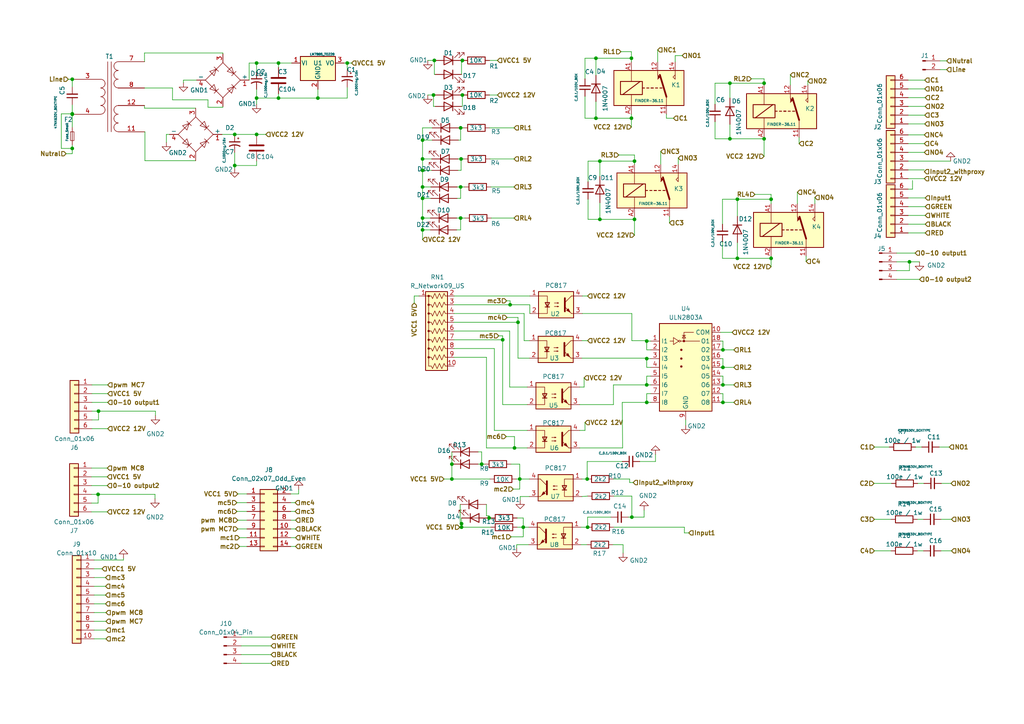
<source format=kicad_sch>
(kicad_sch (version 20230121) (generator eeschema)
  (paper "A4")
  (title_block (title "Helix-2402") (date "2024-02-10") (rev "V-01.1") (company "Helix Instruments"))
  (junction (at 183.134 34.29))
  (junction (at 74.422 38.989))
  (junction (at 223.647 74.93))
  (junction (at 20.955 33.02))
  (junction (at 131.064 138.938))
  (junction (at 133.604 63.246))
  (junction (at 147.955 88.392))
  (junction (at 187.579 116.713))
  (junction (at 173.99 63.627))
  (junction (at 141.859 150.241))
  (junction (at 209.677 101.473))
  (junction (at 122.555 66.675))
  (junction (at 80.772 18.288))
  (junction (at 122.555 40.64))
  (junction (at 221.615 24.13))
  (junction (at 170.434 152.908))
  (junction (at 133.731 46.101))
  (junction (at 122.555 63.246))
  (junction (at 150.241 93.472))
  (junction (at 172.847 34.29))
  (junction (at 145.796 98.552))
  (junction (at 28.575 119.253))
  (junction (at 92.202 28.448))
  (junction (at 150.749 138.938))
  (junction (at 211.709 24.13))
  (junction (at 263.779 75.946))
  (junction (at 187.579 111.633))
  (junction (at 133.604 54.229))
  (junction (at 131.064 134.62))
  (junction (at 187.579 98.933))
  (junction (at 133.858 152.908))
  (junction (at 213.868 57.785))
  (junction (at 100.711 18.288))
  (junction (at 187.579 104.013))
  (junction (at 74.422 28.448))
  (junction (at 20.955 33.147))
  (junction (at 80.772 28.448))
  (junction (at 213.868 74.93))
  (junction (at 149.225 129.921))
  (junction (at 28.448 143.383))
  (junction (at 223.647 57.785))
  (junction (at 173.99 46.736))
  (junction (at 209.677 111.633))
  (junction (at 20.955 43.053))
  (junction (at 209.677 106.553))
  (junction (at 183.261 149.987))
  (junction (at 133.858 151.892))
  (junction (at 133.604 37.084))
  (junction (at 172.847 16.891))
  (junction (at 74.422 18.288))
  (junction (at 125.73 27.559))
  (junction (at 221.615 40.259))
  (junction (at 139.7 134.62))
  (junction (at 68.072 48.006))
  (junction (at 183.134 16.891))
  (junction (at 134.112 17.526))
  (junction (at 125.984 17.526))
  (junction (at 122.555 54.229))
  (junction (at 68.072 38.989))
  (junction (at 134.112 27.559))
  (junction (at 122.555 57.531))
  (junction (at 20.955 22.987))
  (junction (at 170.307 138.938))
  (junction (at 209.677 116.713))
  (junction (at 184.023 63.627))
  (junction (at 122.555 49.403))
  (junction (at 184.023 46.736))
  (junction (at 211.709 40.259))
  (junction (at 151.765 152.908))
  (junction (at 122.555 46.101))
  (wire (pts (xy 27.305 172.593) (xy 30.607 172.593)))
  (wire (pts (xy 20.955 22.987) (xy 19.812 22.987)))
  (wire (pts (xy 191.643 43.942) (xy 191.643 47.625)))
  (wire (pts (xy 133.858 151.892) (xy 133.858 152.908)))
  (wire (pts (xy 170.561 46.736) (xy 173.99 46.736)))
  (wire (pts (xy 131.699 85.852) (xy 153.67 85.852)))
  (wire (pts (xy 28.448 143.383) (xy 26.543 143.383)))
  (wire (pts (xy 223.647 74.93) (xy 223.647 77.343)))
  (wire (pts (xy 132.842 46.101) (xy 133.731 46.101)))
  (wire (pts (xy 122.555 66.675) (xy 122.555 69.469)))
  (wire (pts (xy 150.241 92.075) (xy 150.241 93.472)))
  (wire (pts (xy 134.112 27.559) (xy 133.858 27.559)))
  (wire (pts (xy 41.91 25.527) (xy 50.038 25.527)))
  (wire (pts (xy 134.112 18.034) (xy 134.112 17.526)))
  (wire (pts (xy 209.042 104.013) (xy 209.677 104.013)))
  (wire (pts (xy 263.398 49.276) (xy 268.097 49.276)))
  (wire (pts (xy 170.561 63.627) (xy 173.99 63.627)))
  (wire (pts (xy 209.55 65.024) (xy 209.55 57.785)))
  (wire (pts (xy 211.709 24.13) (xy 221.615 24.13)))
  (wire (pts (xy 168.783 98.806) (xy 170.434 98.806)))
  (wire (pts (xy 133.731 46.101) (xy 134.493 46.101)))
  (wire (pts (xy 101.981 18.288) (xy 100.711 18.288)))
  (wire (pts (xy 153.543 98.806) (xy 152.019 98.806)))
  (wire (pts (xy 26.543 135.763) (xy 31.115 135.763)))
  (wire (pts (xy 60.325 28.956) (xy 60.325 31.115)))
  (wire (pts (xy 147.828 112.268) (xy 147.828 96.012)))
  (wire (pts (xy 263.398 67.564) (xy 268.351 67.564)))
  (wire (pts (xy 68.072 38.989) (xy 74.422 38.989)))
  (wire (pts (xy 92.202 28.448) (xy 80.772 28.448)))
  (wire (pts (xy 187.579 104.013) (xy 187.579 106.553)))
  (wire (pts (xy 69.977 189.865) (xy 78.613 189.865)))
  (wire (pts (xy 132.461 63.246) (xy 133.604 63.246)))
  (wire (pts (xy 187.579 104.013) (xy 188.722 104.013)))
  (wire (pts (xy 131.699 93.472) (xy 150.241 93.472)))
  (wire (pts (xy 149.987 152.908) (xy 151.765 152.908)))
  (wire (pts (xy 69.977 187.325) (xy 78.613 187.325)))
  (wire (pts (xy 187.579 114.173) (xy 187.579 116.713)))
  (wire (pts (xy 131.699 101.092) (xy 143.383 101.092)))
  (wire (pts (xy 122.555 63.246) (xy 122.555 66.675)))
  (wire (pts (xy 221.615 24.13) (xy 221.615 24.638)))
  (wire (pts (xy 133.858 17.526) (xy 134.112 17.526)))
  (wire (pts (xy 126.238 21.59) (xy 125.984 21.59)))
  (wire (pts (xy 223.647 74.295) (xy 223.647 74.93)))
  (wire (pts (xy 27.305 162.433) (xy 35.814 162.433)))
  (wire (pts (xy 273.05 140.208) (xy 275.844 140.208)))
  (wire (pts (xy 263.779 75.946) (xy 266.7 75.946)))
  (wire (pts (xy 141.986 27.559) (xy 144.272 27.559)))
  (wire (pts (xy 195.834 16.129) (xy 195.834 17.907)))
  (wire (pts (xy 169.672 124.841) (xy 168.148 124.841)))
  (wire (pts (xy 139.7 134.62) (xy 140.589 134.62)))
  (wire (pts (xy 31.115 140.843) (xy 26.543 140.843)))
  (wire (pts (xy 20.955 33.02) (xy 17.78 33.02)))
  (wire (pts (xy 169.672 122.555) (xy 169.672 124.841)))
  (wire (pts (xy 173.99 46.736) (xy 173.99 51.181)))
  (wire (pts (xy 198.501 154.559) (xy 198.501 152.908)))
  (wire (pts (xy 69.977 184.785) (xy 78.613 184.785)))
  (wire (pts (xy 223.647 57.785) (xy 223.647 59.055)))
  (wire (pts (xy 131.064 138.938) (xy 142.113 138.938)))
  (wire (pts (xy 212.852 116.713) (xy 209.677 116.713)))
  (wire (pts (xy 180.467 116.713) (xy 187.579 116.713)))
  (wire (pts (xy 144.653 97.409) (xy 145.796 97.409)))
  (wire (pts (xy 133.858 30.861) (xy 134.112 30.861)))
  (wire (pts (xy 122.555 40.64) (xy 122.555 37.084)))
  (wire (pts (xy 86.614 141.986) (xy 86.614 143.256)))
  (wire (pts (xy 147.066 92.075) (xy 150.241 92.075)))
  (wire (pts (xy 122.555 57.531) (xy 122.555 54.229)))
  (wire (pts (xy 71.628 148.336) (xy 68.707 148.336)))
  (wire (pts (xy 131.699 90.932) (xy 152.019 90.932)))
  (wire (pts (xy 209.677 109.093) (xy 209.677 111.633)))
  (wire (pts (xy 68.072 39.116) (xy 68.072 38.989)))
  (wire (pts (xy 145.796 97.409) (xy 145.796 98.552)))
  (wire (pts (xy 168.783 144.018) (xy 170.434 143.891)))
  (wire (pts (xy 124.968 54.229) (xy 122.555 54.229)))
  (wire (pts (xy 172.847 34.29) (xy 183.134 34.29)))
  (wire (pts (xy 45.085 120.523) (xy 45.085 119.253)))
  (wire (pts (xy 207.391 30.226) (xy 207.391 24.13)))
  (wire (pts (xy 141.986 37.084) (xy 149.098 37.084)))
  (wire (pts (xy 263.398 59.944) (xy 268.351 59.944)))
  (wire (pts (xy 35.814 162.433) (xy 35.814 161.925)))
  (wire (pts (xy 212.852 111.633) (xy 209.677 111.633)))
  (wire (pts (xy 179.451 44.958) (xy 184.023 44.958)))
  (wire (pts (xy 20.955 25.273) (xy 20.955 22.987)))
  (wire (pts (xy 41.91 31.369) (xy 41.91 30.607)))
  (wire (pts (xy 147.955 88.392) (xy 153.67 88.392)))
  (wire (pts (xy 145.796 98.552) (xy 145.796 117.348)))
  (wire (pts (xy 211.709 28.448) (xy 211.709 24.13)))
  (wire (pts (xy 26.67 111.633) (xy 31.242 111.633)))
  (wire (pts (xy 80.772 27.178) (xy 80.772 28.448)))
  (wire (pts (xy 267.335 129.667) (xy 265.557 129.667)))
  (wire (pts (xy 209.677 104.013) (xy 209.677 106.553)))
  (wire (pts (xy 263.398 54.864) (xy 264.668 54.864)))
  (wire (pts (xy 133.604 54.229) (xy 134.747 54.229)))
  (wire (pts (xy 141.859 150.241) (xy 142.367 150.241)))
  (wire (pts (xy 141.097 129.921) (xy 149.225 129.921)))
  (wire (pts (xy 29.591 164.973) (xy 27.305 164.973)))
  (wire (pts (xy 169.418 109.601) (xy 169.418 112.268)))
  (wire (pts (xy 184.023 62.865) (xy 184.023 63.627)))
  (wire (pts (xy 145.796 117.348) (xy 152.908 117.348)))
  (wire (pts (xy 141.097 103.632) (xy 141.097 129.921)))
  (wire (pts (xy 152.019 98.806) (xy 152.019 90.932)))
  (wire (pts (xy 31.115 148.463) (xy 26.543 148.463)))
  (wire (pts (xy 92.202 25.908) (xy 92.202 28.448)))
  (wire (pts (xy 173.99 63.627) (xy 184.023 63.627)))
  (wire (pts (xy 132.588 54.229) (xy 133.604 54.229)))
  (wire (pts (xy 28.575 119.253) (xy 45.085 119.253)))
  (wire (pts (xy 263.398 35.941) (xy 268.224 35.941)))
  (wire (pts (xy 193.294 34.29) (xy 193.294 33.147)))
  (wire (pts (xy 263.398 41.656) (xy 268.097 41.656)))
  (wire (pts (xy 253.619 150.622) (xy 258.445 150.622)))
  (wire (pts (xy 133.604 40.64) (xy 133.604 37.084)))
  (wire (pts (xy 221.615 22.86) (xy 221.615 24.13)))
  (wire (pts (xy 64.643 31.115) (xy 64.643 30.861)))
  (wire (pts (xy 150.749 134.62) (xy 150.749 138.938)))
  (wire (pts (xy 42.037 38.227) (xy 41.91 38.227)))
  (wire (pts (xy 213.868 57.785) (xy 223.647 57.785)))
  (wire (pts (xy 169.672 34.29) (xy 172.847 34.29)))
  (wire (pts (xy 44.958 144.653) (xy 44.958 143.383)))
  (wire (pts (xy 100.711 18.288) (xy 99.822 18.288)))
  (wire (pts (xy 209.042 114.173) (xy 209.677 114.173)))
  (wire (pts (xy 168.529 152.908) (xy 170.434 152.908)))
  (wire (pts (xy 183.261 90.932) (xy 183.261 98.806)))
  (wire (pts (xy 20.955 30.353) (xy 20.955 33.02)))
  (wire (pts (xy 17.78 43.053) (xy 20.955 43.053)))
  (wire (pts (xy 263.398 57.404) (xy 268.351 57.404)))
  (wire (pts (xy 30.734 180.213) (xy 27.305 180.213)))
  (wire (pts (xy 149.733 138.938) (xy 150.749 138.938)))
  (wire (pts (xy 41.91 15.367) (xy 41.91 17.907)))
  (wire (pts (xy 141.478 150.241) (xy 141.859 150.241)))
  (wire (pts (xy 264.668 54.864) (xy 264.668 52.324)))
  (wire (pts (xy 133.858 152.908) (xy 142.367 152.908)))
  (wire (pts (xy 188.722 109.093) (xy 187.579 109.093)))
  (wire (pts (xy 187.579 111.633) (xy 188.722 111.633)))
  (wire (pts (xy 236.347 57.277) (xy 236.347 59.055)))
  (wire (pts (xy 263.398 23.241) (xy 268.224 23.241)))
  (wire (pts (xy 133.731 46.101) (xy 133.731 49.403)))
  (wire (pts (xy 168.783 138.938) (xy 170.307 138.938)))
  (wire (pts (xy 212.852 106.553) (xy 209.677 106.553)))
  (wire (pts (xy 267.843 159.766) (xy 266.065 159.766)))
  (wire (pts (xy 184.023 46.736) (xy 184.023 47.625)))
  (wire (pts (xy 170.18 157.988) (xy 168.529 157.988)))
  (wire (pts (xy 221.615 39.878) (xy 221.615 40.259)))
  (wire (pts (xy 187.452 98.806) (xy 187.579 98.933)))
  (wire (pts (xy 173.99 58.801) (xy 173.99 63.627)))
  (wire (pts (xy 168.148 129.921) (xy 180.594 129.921)))
  (wire (pts (xy 84.328 145.796) (xy 85.598 145.796)))
  (wire (pts (xy 152.908 112.268) (xy 147.828 112.268)))
  (wire (pts (xy 56.769 46.609) (xy 42.037 46.609)))
  (wire (pts (xy 147.955 87.249) (xy 147.955 88.392)))
  (wire (pts (xy 209.55 74.93) (xy 213.868 74.93)))
  (wire (pts (xy 71.628 158.496) (xy 69.469 158.496)))
  (wire (pts (xy 150.876 145.034) (xy 150.876 144.018)))
  (wire (pts (xy 64.643 15.367) (xy 41.91 15.367)))
  (wire (pts (xy 28.448 145.923) (xy 28.448 143.383)))
  (wire (pts (xy 125.222 46.101) (xy 122.555 46.101)))
  (wire (pts (xy 177.927 117.348) (xy 177.927 111.633)))
  (wire (pts (xy 168.91 90.932) (xy 183.261 90.932)))
  (wire (pts (xy 178.054 143.891) (xy 183.261 143.891)))
  (wire (pts (xy 142.494 63.246) (xy 149.098 63.246)))
  (wire (pts (xy 168.783 103.886) (xy 187.579 103.886)))
  (wire (pts (xy 187.579 116.713) (xy 188.722 116.713)))
  (wire (pts (xy 133.604 63.246) (xy 134.874 63.246)))
  (wire (pts (xy 131.699 98.552) (xy 145.796 98.552)))
  (wire (pts (xy 133.858 150.241) (xy 133.858 151.892)))
  (wire (pts (xy 53.213 23.241) (xy 53.213 24.003)))
  (wire (pts (xy 84.582 18.288) (xy 80.772 18.288)))
  (wire (pts (xy 20.955 33.147) (xy 21.59 33.147)))
  (wire (pts (xy 122.555 54.229) (xy 122.555 49.403)))
  (wire (pts (xy 133.858 21.59) (xy 133.858 18.034)))
  (wire (pts (xy 80.772 18.288) (xy 74.422 18.288)))
  (wire (pts (xy 231.267 55.753) (xy 231.267 59.055)))
  (wire (pts (xy 120.142 85.852) (xy 121.539 85.852)))
  (wire (pts (xy 213.868 70.358) (xy 213.868 74.93)))
  (wire (pts (xy 132.969 37.084) (xy 133.604 37.084)))
  (wire (pts (xy 263.398 39.116) (xy 268.097 39.116)))
  (wire (pts (xy 128.778 138.938) (xy 131.064 138.938)))
  (wire (pts (xy 133.35 152.908) (xy 133.858 152.908)))
  (wire (pts (xy 122.555 63.246) (xy 122.555 57.531)))
  (wire (pts (xy 221.615 40.259) (xy 221.615 45.339)))
  (wire (pts (xy 26.543 145.923) (xy 28.448 145.923)))
  (wire (pts (xy 122.555 46.101) (xy 122.555 40.64)))
  (wire (pts (xy 143.383 124.841) (xy 152.908 124.841)))
  (wire (pts (xy 267.97 140.208) (xy 266.192 140.208)))
  (wire (pts (xy 183.134 33.147) (xy 183.134 34.29)))
  (wire (pts (xy 213.868 74.93) (xy 223.647 74.93)))
  (wire (pts (xy 198.882 123.317) (xy 198.882 121.793)))
  (wire (pts (xy 253.619 129.667) (xy 257.937 129.667)))
  (wire (pts (xy 84.328 150.876) (xy 85.725 150.876)))
  (wire (pts (xy 68.961 150.876) (xy 71.628 150.876)))
  (wire (pts (xy 172.847 29.464) (xy 172.847 34.29)))
  (wire (pts (xy 180.594 129.921) (xy 180.467 116.713)))
  (wire (pts (xy 195.326 34.29) (xy 193.294 34.29)))
  (wire (pts (xy 74.422 46.736) (xy 74.422 48.006)))
  (wire (pts (xy 263.398 62.484) (xy 268.351 62.484)))
  (wire (pts (xy 168.91 85.852) (xy 170.434 85.852)))
  (wire (pts (xy 50.038 28.956) (xy 60.325 28.956)))
  (wire (pts (xy 27.305 170.053) (xy 30.607 170.053)))
  (wire (pts (xy 124.841 66.675) (xy 122.555 66.675)))
  (wire (pts (xy 68.072 44.196) (xy 68.072 48.006)))
  (wire (pts (xy 180.467 133.858) (xy 170.307 133.858)))
  (wire (pts (xy 74.422 30.226) (xy 74.422 28.448)))
  (wire (pts (xy 68.961 143.256) (xy 71.628 143.256)))
  (wire (pts (xy 177.927 138.938) (xy 182.626 138.938)))
  (wire (pts (xy 72.263 18.288) (xy 74.422 18.288)))
  (wire (pts (xy 125.984 21.59) (xy 125.984 17.526)))
  (wire (pts (xy 124.968 57.531) (xy 122.555 57.531)))
  (wire (pts (xy 131.064 131.064) (xy 131.064 134.62)))
  (wire (pts (xy 263.398 44.196) (xy 268.097 44.196)))
  (wire (pts (xy 80.772 28.448) (xy 74.422 28.448)))
  (wire (pts (xy 57.023 23.241) (xy 53.213 23.241)))
  (wire (pts (xy 187.579 98.933) (xy 187.579 101.473)))
  (wire (pts (xy 143.383 101.092) (xy 143.383 124.841)))
  (wire (pts (xy 20.955 33.02) (xy 20.955 33.147)))
  (wire (pts (xy 131.064 134.62) (xy 131.064 138.938)))
  (wire (pts (xy 131.699 88.392) (xy 147.955 88.392)))
  (wire (pts (xy 209.042 109.093) (xy 209.677 109.093)))
  (wire (pts (xy 209.677 106.553) (xy 209.042 106.553)))
  (wire (pts (xy 188.722 98.933) (xy 187.579 98.933)))
  (wire (pts (xy 180.721 157.988) (xy 180.721 160.401)))
  (wire (pts (xy 146.812 126.619) (xy 149.225 126.619)))
  (wire (pts (xy 148.844 141.859) (xy 150.749 141.859)))
  (wire (pts (xy 138.684 134.62) (xy 139.7 134.62)))
  (wire (pts (xy 31.242 124.333) (xy 26.67 124.333)))
  (wire (pts (xy 177.927 111.633) (xy 187.579 111.633)))
  (wire (pts (xy 234.315 23.495) (xy 234.315 24.638)))
  (wire (pts (xy 170.307 133.858) (xy 170.307 138.938)))
  (wire (pts (xy 27.305 175.133) (xy 30.607 175.133)))
  (wire (pts (xy 132.969 40.64) (xy 133.604 40.64)))
  (wire (pts (xy 68.961 153.416) (xy 71.628 153.416)))
  (wire (pts (xy 187.579 103.886) (xy 187.579 104.013)))
  (wire (pts (xy 209.677 98.933) (xy 209.677 101.473)))
  (wire (pts (xy 209.677 116.713) (xy 209.042 116.713)))
  (wire (pts (xy 197.866 16.129) (xy 195.834 16.129)))
  (wire (pts (xy 170.561 52.705) (xy 170.561 46.736)))
  (wire (pts (xy 182.626 139.954) (xy 182.626 138.938)))
  (wire (pts (xy 134.112 30.861) (xy 134.112 27.559)))
  (wire (pts (xy 149.225 126.619) (xy 149.225 129.921)))
  (wire (pts (xy 184.023 63.627) (xy 184.023 68.199)))
  (wire (pts (xy 132.461 66.675) (xy 133.604 66.675)))
  (wire (pts (xy 142.367 54.229) (xy 149.098 54.229)))
  (wire (pts (xy 141.986 17.526) (xy 144.272 17.526)))
  (wire (pts (xy 209.55 57.785) (xy 213.868 57.785)))
  (wire (pts (xy 85.598 148.336) (xy 84.328 148.336)))
  (wire (pts (xy 169.672 27.94) (xy 169.672 34.29)))
  (wire (pts (xy 21.59 22.987) (xy 20.955 22.987)))
  (wire (pts (xy 74.422 20.828) (xy 74.422 18.288)))
  (wire (pts (xy 182.245 149.987) (xy 183.261 149.987)))
  (wire (pts (xy 151.765 150.241) (xy 149.987 150.241)))
  (wire (pts (xy 183.261 143.891) (xy 183.261 149.987)))
  (wire (pts (xy 141.097 146.304) (xy 141.097 149.606)))
  (wire (pts (xy 100.711 25.273) (xy 100.711 28.448)))
  (wire (pts (xy 125.73 30.861) (xy 125.73 27.559)))
  (wire (pts (xy 172.847 16.891) (xy 172.847 21.844)))
  (wire (pts (xy 134.112 17.526) (xy 134.366 17.526)))
  (wire (pts (xy 188.722 114.173) (xy 187.579 114.173)))
  (wire (pts (xy 272.415 129.667) (xy 275.336 129.667)))
  (wire (pts (xy 153.67 88.392) (xy 153.67 90.932)))
  (wire (pts (xy 263.398 33.401) (xy 268.224 33.401)))
  (wire (pts (xy 274.574 17.653) (xy 272.669 17.653)))
  (wire (pts (xy 26.67 121.793) (xy 28.575 121.793)))
  (wire (pts (xy 122.555 37.084) (xy 125.349 37.084)))
  (wire (pts (xy 69.469 155.956) (xy 71.628 155.956)))
  (wire (pts (xy 183.134 14.986) (xy 183.134 16.891)))
  (wire (pts (xy 211.709 36.068) (xy 211.709 40.259)))
  (wire (pts (xy 77.089 38.989) (xy 74.422 38.989)))
  (wire (pts (xy 272.923 150.622) (xy 275.971 150.622)))
  (wire (pts (xy 211.709 40.259) (xy 221.615 40.259)))
  (wire (pts (xy 138.684 131.064) (xy 139.7 131.064)))
  (wire (pts (xy 207.391 40.259) (xy 211.709 40.259)))
  (wire (pts (xy 177.8 157.988) (xy 180.721 157.988)))
  (wire (pts (xy 209.55 70.104) (xy 209.55 74.93)))
  (wire (pts (xy 148.209 134.62) (xy 150.749 134.62)))
  (wire (pts (xy 233.807 74.295) (xy 233.807 75.819)))
  (wire (pts (xy 124.079 27.559) (xy 125.73 27.559)))
  (wire (pts (xy 28.575 121.793) (xy 28.575 119.253)))
  (wire (pts (xy 223.647 56.388) (xy 223.647 57.785)))
  (wire (pts (xy 141.859 149.606) (xy 141.859 150.241)))
  (wire (pts (xy 120.142 87.884) (xy 120.142 85.852)))
  (wire (pts (xy 149.225 129.921) (xy 152.908 129.921)))
  (wire (pts (xy 50.038 25.527) (xy 50.038 28.956)))
  (wire (pts (xy 263.398 28.321) (xy 268.351 28.321)))
  (wire (pts (xy 133.477 151.892) (xy 133.858 151.892)))
  (wire (pts (xy 168.148 117.348) (xy 177.927 117.348)))
  (wire (pts (xy 184.023 44.958) (xy 184.023 46.736)))
  (wire (pts (xy 190.119 131.826) (xy 190.119 133.858)))
  (wire (pts (xy 151.765 152.908) (xy 153.289 152.908)))
  (wire (pts (xy 183.642 139.954) (xy 182.626 139.954)))
  (wire (pts (xy 64.643 15.367) (xy 64.643 15.621)))
  (wire (pts (xy 194.183 62.865) (xy 194.183 64.643)))
  (wire (pts (xy 212.344 96.393) (xy 209.042 96.393)))
  (wire (pts (xy 60.325 31.115) (xy 64.643 31.115)))
  (wire (pts (xy 209.677 111.633) (xy 209.042 111.633)))
  (wire (pts (xy 126.238 30.861) (xy 125.73 30.861)))
  (wire (pts (xy 124.079 17.526) (xy 125.984 17.526)))
  (wire (pts (xy 151.765 152.908) (xy 151.765 150.241)))
  (wire (pts (xy 17.78 33.02) (xy 17.78 43.053)))
  (wire (pts (xy 263.398 46.736) (xy 275.717 46.736)))
  (wire (pts (xy 169.672 16.891) (xy 172.847 16.891)))
  (wire (pts (xy 133.604 37.084) (xy 134.366 37.084)))
  (wire (pts (xy 74.422 48.006) (xy 68.072 48.006)))
  (wire (pts (xy 183.134 34.29) (xy 183.134 36.83)))
  (wire (pts (xy 125.984 17.526) (xy 126.238 17.526)))
  (wire (pts (xy 178.054 152.908) (xy 198.501 152.908)))
  (wire (pts (xy 183.134 16.891) (xy 183.134 17.907)))
  (wire (pts (xy 263.398 30.861) (xy 268.351 30.861)))
  (wire (pts (xy 263.779 78.486) (xy 263.779 75.946)))
  (wire (pts (xy 199.771 154.559) (xy 198.501 154.559)))
  (wire (pts (xy 125.222 49.403) (xy 122.555 49.403)))
  (wire (pts (xy 149.86 159.004) (xy 149.86 157.988)))
  (wire (pts (xy 134.366 27.559) (xy 134.112 27.559)))
  (wire (pts (xy 131.699 96.012) (xy 147.828 96.012)))
  (wire (pts (xy 253.619 159.766) (xy 258.445 159.766)))
  (wire (pts (xy 42.037 46.609) (xy 42.037 38.227)))
  (wire (pts (xy 173.99 46.736) (xy 184.023 46.736)))
  (wire (pts (xy 209.677 114.173) (xy 209.677 116.713)))
  (wire (pts (xy 253.492 140.208) (xy 258.572 140.208)))
  (wire (pts (xy 64.389 38.989) (xy 68.072 38.989)))
  (wire (pts (xy 275.971 159.766) (xy 272.923 159.766)))
  (wire (pts (xy 19.177 44.577) (xy 20.955 44.577)))
  (wire (pts (xy 169.418 112.268) (xy 168.148 112.268)))
  (wire (pts (xy 231.775 39.878) (xy 231.775 41.656)))
  (wire (pts (xy 48.26 41.275) (xy 48.26 38.989)))
  (wire (pts (xy 20.955 33.147) (xy 20.955 36.957)))
  (wire (pts (xy 31.242 116.713) (xy 26.67 116.713)))
  (wire (pts (xy 229.235 21.717) (xy 229.235 24.638)))
  (wire (pts (xy 187.579 101.473) (xy 188.722 101.473)))
  (wire (pts (xy 26.543 138.303) (xy 31.115 138.303)))
  (wire (pts (xy 27.305 185.293) (xy 30.734 185.293)))
  (wire (pts (xy 148.209 155.702) (xy 151.765 155.702)))
  (wire (pts (xy 212.852 101.473) (xy 209.677 101.473)))
  (wire (pts (xy 260.096 75.946) (xy 263.779 75.946)))
  (wire (pts (xy 139.7 131.064) (xy 139.7 134.62)))
  (wire (pts (xy 72.263 23.241) (xy 72.263 18.288)))
  (wire (pts (xy 187.579 106.553) (xy 188.722 106.553)))
  (wire (pts (xy 267.843 150.622) (xy 266.065 150.622)))
  (wire (pts (xy 185.547 133.858) (xy 190.119 133.858)))
  (wire (pts (xy 265.43 73.406) (xy 260.096 73.406)))
  (wire (pts (xy 209.042 98.933) (xy 209.677 98.933)))
  (wire (pts (xy 131.699 103.632) (xy 141.097 103.632)))
  (wire (pts (xy 190.754 14.478) (xy 190.754 17.907)))
  (wire (pts (xy 84.328 158.496) (xy 85.725 158.496)))
  (wire (pts (xy 100.711 20.193) (xy 100.711 18.288)))
  (wire (pts (xy 142.113 46.101) (xy 149.098 46.101)))
  (wire (pts (xy 274.574 20.193) (xy 272.669 20.193)))
  (wire (pts (xy 207.391 35.306) (xy 207.391 40.259)))
  (wire (pts (xy 151.765 155.702) (xy 151.765 152.908)))
  (wire (pts (xy 86.614 143.256) (xy 84.328 143.256)))
  (wire (pts (xy 217.932 22.86) (xy 221.615 22.86)))
  (wire (pts (xy 27.305 182.753) (xy 30.734 182.753)))
  (wire (pts (xy 141.097 149.606) (xy 141.859 149.606)))
  (wire (pts (xy 133.604 57.531) (xy 133.604 54.229)))
  (wire (pts (xy 187.579 109.093) (xy 187.579 111.633)))
  (wire (pts (xy 170.434 149.987) (xy 170.434 152.908)))
  (wire (pts (xy 183.261 98.806) (xy 187.452 98.806)))
  (wire (pts (xy 122.555 49.403) (xy 122.555 46.101)))
  (wire (pts (xy 150.241 103.886) (xy 153.543 103.886)))
  (wire (pts (xy 150.749 138.938) (xy 153.543 138.938)))
  (wire (pts (xy 122.555 63.246) (xy 124.841 63.246)))
  (wire (pts (xy 146.939 87.249) (xy 147.955 87.249)))
  (wire (pts (xy 213.868 57.785) (xy 213.868 62.738)))
  (wire (pts (xy 69.977 192.405) (xy 78.613 192.405)))
  (wire (pts (xy 209.677 101.473) (xy 209.042 101.473)))
  (wire (pts (xy 180.086 14.986) (xy 183.134 14.986)))
  (wire (pts (xy 150.241 93.472) (xy 150.241 103.886)))
  (wire (pts (xy 27.305 167.513) (xy 30.607 167.513)))
  (wire (pts (xy 48.26 38.989) (xy 49.149 38.989)))
  (wire (pts (xy 263.398 65.024) (xy 268.351 65.024)))
  (wire (pts (xy 172.847 16.891) (xy 183.134 16.891)))
  (wire (pts (xy 133.604 66.675) (xy 133.604 63.246)))
  (wire (pts (xy 125.73 27.559) (xy 126.238 27.559)))
  (wire (pts (xy 20.955 42.037) (xy 20.955 43.053)))
  (wire (pts (xy 80.772 19.558) (xy 80.772 18.288)))
  (wire (pts (xy 183.261 149.987) (xy 186.817 149.987)))
  (wire (pts (xy 260.096 78.486) (xy 263.779 78.486)))
  (wire (pts (xy 132.842 49.403) (xy 133.731 49.403)))
  (wire (pts (xy 263.398 25.781) (xy 268.224 25.781)))
  (wire (pts (xy 26.67 114.173) (xy 31.242 114.173)))
  (wire (pts (xy 150.749 141.859) (xy 150.749 138.938)))
  (wire (pts (xy 20.955 43.053) (xy 20.955 44.577)))
  (wire (pts (xy 84.328 153.416) (xy 85.725 153.416)))
  (wire (pts (xy 71.628 145.796) (xy 68.707 145.796)))
  (wire (pts (xy 74.422 38.989) (xy 74.422 39.116)))
  (wire (pts (xy 133.858 18.034) (xy 134.112 18.034)))
  (wire (pts (xy 207.391 24.13) (xy 211.709 24.13)))
  (wire (pts (xy 150.876 144.018) (xy 153.543 144.018)))
  (wire (pts (xy 56.769 31.369) (xy 41.91 31.369)))
  (wire (pts (xy 133.477 146.304) (xy 133.477 151.892)))
  (wire (pts (xy 218.948 56.388) (xy 223.647 56.388)))
  (wire (pts (xy 170.561 57.785) (xy 170.561 63.627)))
  (wire (pts (xy 74.422 25.908) (xy 74.422 28.448)))
  (wire (pts (xy 28.575 119.253) (xy 26.67 119.253)))
  (wire (pts (xy 186.817 147.955) (xy 186.817 149.987)))
  (wire (pts (xy 263.398 51.816) (xy 268.097 51.816)))
  (wire (pts (xy 68.072 48.895) (xy 68.072 48.006)))
  (wire (pts (xy 84.328 155.956) (xy 85.725 155.956)))
  (wire (pts (xy 100.711 28.448) (xy 92.202 28.448)))
  (wire (pts (xy 169.672 22.86) (xy 169.672 16.891)))
  (wire (pts (xy 149.86 157.988) (xy 153.289 157.988)))
  (wire (pts (xy 125.349 40.64) (xy 122.555 40.64)))
  (wire (pts (xy 132.588 57.531) (xy 133.604 57.531)))
  (wire (pts (xy 177.165 149.987) (xy 170.434 149.987)))
  (wire (pts (xy 196.723 45.847) (xy 196.723 47.625)))
  (wire (pts (xy 28.448 143.383) (xy 44.958 143.383)))
  (wire (pts (xy 260.096 81.026) (xy 266.7 81.026)))
  (wire (pts (xy 27.305 177.673) (xy 30.734 177.673)))
  (hierarchical_label "NC3" (shape input) (at 191.643 43.942 0) (effects (font bold)))
  (hierarchical_label "RED" (shape input) (at 268.351 67.564 0) (effects (font bold)))
  (hierarchical_label "RL1" (shape input) (at 212.852 101.473 0) (effects (font bold)))
  (hierarchical_label "mc1" (shape input) (at 30.734 182.753 0) (effects (font bold)))
  (hierarchical_label "RL4" (shape input) (at 212.852 116.713 0) (effects (font bold)))
  (hierarchical_label "VCC2 12V" (shape input) (at 268.097 51.816 0) (effects (font bold)))
  (hierarchical_label "VCC2 12V" (shape input) (at 169.672 122.555 0) (effects (font bold)))
  (hierarchical_label "NO3" (shape input) (at 268.224 35.941 0) (effects (font bold)))
  (hierarchical_label "mc3" (shape input) (at 85.598 148.336 0) (effects (font bold)))
  (hierarchical_label "0-10 output1" (shape input) (at 31.242 116.713 0) (effects (font bold)))
  (hierarchical_label "VCC2 12V" (shape input) (at 122.555 69.469 0) (effects (font bold)))
  (hierarchical_label "NO4" (shape input) (at 236.347 57.277 0) (effects (font bold)))
  (hierarchical_label "NO2" (shape input) (at 234.315 23.495 0) (effects (font bold)))
  (hierarchical_label "pwm MC7" (shape input) (at 31.242 111.633 0) (effects (font bold)))
  (hierarchical_label "NC1" (shape input) (at 190.754 14.478 0) (effects (font bold)))
  (hierarchical_label "WHITE" (shape input) (at 268.351 62.484 0) (effects (font bold)))
  (hierarchical_label "RED" (shape input) (at 78.613 192.405 0) (effects (font bold)))
  (hierarchical_label "VCC1 5V" (shape input) (at 101.981 18.288 0) (effects (font bold)))
  (hierarchical_label "NO2" (shape input) (at 275.844 140.208 0) (effects (font bold)))
  (hierarchical_label "mc1" (shape input) (at 148.209 155.702 180) (effects (font bold)))
  (hierarchical_label "C3" (shape input) (at 194.183 64.643 0) (effects (font bold)))
  (hierarchical_label "C2" (shape input) (at 268.351 28.321 0) (effects (font bold)))
  (hierarchical_label "RL3" (shape input) (at 212.852 111.633 0) (effects (font bold)))
  (hierarchical_label "mc5" (shape input) (at 144.653 97.409 180) (effects (font bold)))
  (hierarchical_label "pwm MC8" (shape input) (at 68.961 150.876 180) (effects (font bold)))
  (hierarchical_label "Line" (shape input) (at 19.812 22.987 180) (effects (font bold)))
  (hierarchical_label "Input2_withproxy" (shape input) (at 268.097 49.784 0) (effects (font bold)))
  (hierarchical_label "BLACK" (shape input) (at 85.725 153.416 0) (effects (font bold)))
  (hierarchical_label "RL2" (shape input) (at 149.098 46.101 0) (effects (font bold)))
  (hierarchical_label "VCC2 12V" (shape input) (at 221.615 45.339 180) (effects (font bold)))
  (hierarchical_label "VCC1 5V" (shape input) (at 31.115 138.303 0) (effects (font bold)))
  (hierarchical_label "mc2" (shape input) (at 30.734 185.293 0) (effects (font bold)))
  (hierarchical_label "VCC2 12V" (shape input) (at 212.344 96.393 0) (effects (font bold)))
  (hierarchical_label "WHITE" (shape input) (at 85.725 155.956 0) (effects (font bold)))
  (hierarchical_label "NO2" (shape input) (at 268.351 30.861 0) (effects (font bold)))
  (hierarchical_label "GREEN" (shape input) (at 78.613 184.785 0) (effects (font bold)))
  (hierarchical_label "mc2" (shape input) (at 148.844 141.859 180) (effects (font bold)))
  (hierarchical_label "RL1" (shape input) (at 180.086 14.986 180) (effects (font bold)))
  (hierarchical_label "mc6" (shape input) (at 68.707 148.336 180) (effects (font bold)))
  (hierarchical_label "GREEN" (shape input) (at 268.351 59.944 0) (effects (font bold)))
  (hierarchical_label "mc3" (shape input) (at 30.607 167.513 0) (effects (font bold)))
  (hierarchical_label "0-10 output2" (shape input) (at 31.115 140.843 0) (effects (font bold)))
  (hierarchical_label "VCC1 5V" (shape input) (at 120.142 87.884 270) (effects (font bold)))
  (hierarchical_label "VCC2 12V" (shape input) (at 170.434 85.852 0) (effects (font bold)))
  (hierarchical_label "Input1" (shape input) (at 268.351 57.404 0) (effects (font bold)))
  (hierarchical_label "Input1" (shape input) (at 199.771 154.559 0) (effects (font bold)))
  (hierarchical_label "mc4" (shape input) (at 147.066 92.075 180) (effects (font bold)))
  (hierarchical_label "pwm MC7" (shape input) (at 68.961 153.416 180) (effects (font bold)))
  (hierarchical_label "0-10 output1" (shape input) (at 265.43 73.406 0) (effects (font bold)))
  (hierarchical_label "C1" (shape input) (at 195.326 34.29 0) (effects (font bold)))
  (hierarchical_label "RL3" (shape input) (at 149.098 54.229 0) (effects (font bold)))
  (hierarchical_label "0-10 output2" (shape input) (at 266.7 81.026 0) (effects (font bold)))
  (hierarchical_label "pwm MC8" (shape input) (at 31.115 135.763 0) (effects (font bold)))
  (hierarchical_label "VCC1 5V" (shape input) (at 133.35 152.908 180) (effects (font bold)))
  (hierarchical_label "WHITE" (shape input) (at 78.613 187.325 0) (effects (font bold)))
  (hierarchical_label "NC4" (shape input) (at 231.267 55.753 0) (effects (font bold)))
  (hierarchical_label "NO4" (shape input) (at 268.097 44.196 0) (effects (font bold)))
  (hierarchical_label "C4" (shape input) (at 253.619 159.766 180) (effects (font bold)))
  (hierarchical_label "VCC2 12V" (shape input) (at 183.134 36.83 180) (effects (font bold)))
  (hierarchical_label "VCC2 12V" (shape input) (at 170.434 98.806 0) (effects (font bold)))
  (hierarchical_label "NO4" (shape input) (at 275.971 159.766 0) (effects (font bold)))
  (hierarchical_label "RL1" (shape input) (at 149.098 37.084 0) (effects (font bold)))
  (hierarchical_label "NO3" (shape input) (at 275.971 150.622 0) (effects (font bold)))
  (hierarchical_label "GREEN" (shape input) (at 85.725 158.496 0) (effects (font bold)))
  (hierarchical_label "pwm MC7" (shape input) (at 30.734 180.213 0) (effects (font bold)))
  (hierarchical_label "VCC1 5V" (shape input) (at 144.272 17.526 0) (effects (font bold)))
  (hierarchical_label "RL4" (shape input) (at 149.098 63.246 0) (effects (font bold)))
  (hierarchical_label "RL2" (shape input) (at 217.932 22.86 180) (effects (font bold)))
  (hierarchical_label "NO3" (shape input) (at 196.723 45.847 0) (effects (font bold)))
  (hierarchical_label "NC2" (shape input) (at 229.235 21.717 0) (effects (font bold)))
  (hierarchical_label "NC4" (shape input) (at 268.097 39.116 0) (effects (font bold)))
  (hierarchical_label "RL2" (shape input) (at 212.852 106.553 0) (effects (font bold)))
  (hierarchical_label "NO1" (shape input) (at 197.866 16.129 0) (effects (font bold)))
  (hierarchical_label "VCC2 12V" (shape input) (at 223.647 77.343 180) (effects (font bold)))
  (hierarchical_label "NO1" (shape input) (at 275.336 129.667 0) (effects (font bold)))
  (hierarchical_label "mc4" (shape input) (at 85.598 145.796 0) (effects (font bold)))
  (hierarchical_label "RED" (shape input) (at 85.725 150.876 0) (effects (font bold)))
  (hierarchical_label "C4" (shape input) (at 233.807 75.819 0) (effects (font bold)))
  (hierarchical_label "VCC2 12V" (shape input) (at 31.115 148.463 0) (effects (font bold)))
  (hierarchical_label "VCC2 12V" (shape input) (at 31.242 124.333 0) (effects (font bold)))
  (hierarchical_label "Input2_withproxy" (shape input) (at 183.642 139.954 0) (effects (font bold)))
  (hierarchical_label "Nutral" (shape input) (at 274.574 17.653 0) (effects (font bold)))
  (hierarchical_label "VCC1 5V" (shape input) (at 128.778 138.938 180) (effects (font bold)))
  (hierarchical_label "C3" (shape input) (at 268.224 33.401 0) (effects (font bold)))
  (hierarchical_label "mc3" (shape input) (at 146.939 87.249 180) (effects (font bold)))
  (hierarchical_label "mc6" (shape input) (at 30.607 175.133 0) (effects (font bold)))
  (hierarchical_label "VCC1 5V" (shape input) (at 68.961 143.256 180) (effects (font bold)))
  (hierarchical_label "VCC2 12V" (shape input) (at 169.418 109.601 0) (effects (font bold)))
  (hierarchical_label "C1" (shape input) (at 253.619 129.667 180) (effects (font bold)))
  (hierarchical_label "C1" (shape input) (at 268.224 23.241 0) (effects (font bold)))
  (hierarchical_label "BLACK" (shape input) (at 268.351 65.024 0) (effects (font bold)))
  (hierarchical_label "RL3" (shape input) (at 179.451 44.958 180) (effects (font bold)))
  (hierarchical_label "mc1" (shape input) (at 69.469 155.956 180) (effects (font bold)))
  (hierarchical_label "Line" (shape input) (at 274.574 20.193 0) (effects (font bold)))
  (hierarchical_label "mc5" (shape input) (at 68.707 145.796 180) (effects (font bold)))
  (hierarchical_label "C3" (shape input) (at 253.619 150.622 180) (effects (font bold)))
  (hierarchical_label "VCC2 12V" (shape input) (at 77.089 38.989 0) (effects (font bold)))
  (hierarchical_label "VCC1 5V" (shape input) (at 29.591 164.973 0) (effects (font bold)))
  (hierarchical_label "pwm MC8" (shape input) (at 30.734 177.673 0) (effects (font bold)))
  (hierarchical_label "C2" (shape input) (at 253.492 140.208 180) (effects (font bold)))
  (hierarchical_label "C4" (shape input) (at 268.097 41.656 0) (effects (font bold)))
  (hierarchical_label "RL4" (shape input) (at 218.948 56.388 180) (effects (font bold)))
  (hierarchical_label "Nutral" (shape input) (at 19.177 44.577 180) (effects (font bold)))
  (hierarchical_label "VCC2 12V" (shape input) (at 144.272 27.559 0) (effects (font bold)))
  (hierarchical_label "mc5" (shape input) (at 30.607 172.593 0) (effects (font bold)))
  (hierarchical_label "VCC2 12V" (shape input) (at 184.023 68.199 180) (effects (font bold)))
  (hierarchical_label "NO1" (shape input) (at 268.224 25.781 0) (effects (font bold)))
  (hierarchical_label "mc2" (shape input) (at 69.469 158.496 180) (effects (font bold)))
  (hierarchical_label "VCC1 5V" (shape input) (at 31.242 114.173 0) (effects (font bold)))
  (hierarchical_label "mc6" (shape input) (at 146.812 126.619 180) (effects (font bold)))
  (hierarchical_label "C2" (shape input) (at 231.775 41.656 0) (effects (font bold)))
  (hierarchical_label "BLACK" (shape input) (at 78.613 189.865 0) (effects (font bold)))
  (hierarchical_label "mc4" (shape input) (at 30.607 170.053 0) (effects (font bold)))
  (symbol (lib_id "Relay:FINDER-36.11") (at 188.214 25.527 0) (unit 1)
    (property "Reference" "K1" (at 194.691 24.638 0) (effects (justify left)))
    (property "Value" "FINDER-36.11" (at 184.023 29.21 0) (effects (font (size 0.762 0.762) bold) (justify left)))
    (property "Footprint" "Relay_THT:Relay_SPDT_Finder_36.11" (effects hide))
    (property "Datasheet" "https://gfinder.findernet.com/public/attachments/36/EN/S36EN.pdf" (effects hide))
  )
  (symbol (lib_id "Device:R") (at 262.382 140.208 90) (mirror x) (unit 1)
    (property "Reference" "R11" (at 262.382 135.763 90))
    (property "Value" "100e / 1w" (at 262.382 138.303 90))
    (property "Footprint" "Resistor_SMD:R_2512_6332Metric_Pad1.40x3.35mm_HandSolder" (effects hide))
  )
  (symbol (lib_name "GND2_1") (lib_id "power:GND2") (at 198.882 123.317 0) (mirror y) (unit 1)
    (property "Reference" "#PWR010" (effects hide))
    (property "Value" "GND2" (at 202.057 123.571 0))
  )
  (symbol (lib_id "Diode_Bridge:KBU4A") (at 64.643 23.241 0) (unit 1)
    (property "Reference" "D15" (at 74.549 21.3107 0))
    (property "Value" "KBU4A" (effects hide))
    (property "Footprint" "Diode_THT:Diode_Bridge_Vishay_KBPM" (effects hide))
    (property "Datasheet" "http://www.vishay.com/docs/88656/kbu4.pdf" (effects hide))
  )
  (symbol (lib_name "GND2_2") (lib_id "power:GND2") (at 266.7 75.946 0) (mirror y) (unit 1)
    (property "Reference" "#PWR08" (effects hide))
    (property "Value" "GND2" (at 271.526 76.962 0))
  )
  (symbol (lib_id "Device:C_Small") (at 270.383 159.766 90) (unit 1)
    (property "Reference" "C16" (at 273.304 156.845 90) (effects (justify left)))
    (property "Value" "47NK630V_BOXTYPE" (at 270.51 154.94 90) (effects (font (size 0.635 0.635) bold) (justify left)))
    (property "Footprint" "Capacitor_THT:C_Disc_D14.5mm_W5.0mm_P10.00mm" (effects hide))
  )
  (symbol (lib_id "Device:LED") (at 128.778 57.531 0) (mirror x) (unit 1)
    (property "Reference" "D21" (at 122.809 56.515 0))
    (property "Value" "LED" (effects hide))
    (property "Footprint" "LED_SMD:LED_1206_3216Metric_ReverseMount_Hole1.8x2.4mm" (effects hide))
  )
  (symbol (lib_id "Device:C_Small") (at 270.383 150.622 90) (unit 1)
    (property "Reference" "C15" (at 273.304 147.701 90) (effects (justify left)))
    (property "Value" "47NK630V_BOXTYPE" (at 270.51 145.796 90) (effects (font (size 0.635 0.635) bold) (justify left)))
    (property "Footprint" "Capacitor_THT:C_Disc_D14.5mm_W5.0mm_P10.00mm" (effects hide))
  )
  (symbol (lib_id "Connector_Generic:Conn_01x06") (at 21.463 140.843 0) (mirror y) (unit 1)
    (property "Reference" "J7" (at 21.463 153.924 0))
    (property "Value" "Conn_01x06" (at 21.463 151.384 0))
    (property "Footprint" "Connector_PinHeader_2.54mm:PinHeader_1x06_P2.54mm_Vertical" (effects hide))
  )
  (symbol (lib_id "Connector_Generic:Conn_02x07_Odd_Even") (at 76.708 150.876 0) (unit 1)
    (property "Reference" "J8" (at 77.978 136.271 0))
    (property "Value" "Conn_02x07_Odd_Even" (at 77.978 138.811 0))
    (property "Footprint" "Connector_PinSocket_2.54mm:PinSocket_2x07_P2.54mm_Vertical" (effects hide))
  )
  (symbol (lib_name "GND2_1") (lib_id "power:GND2") (at 68.072 48.895 0) (unit 1)
    (property "Reference" "#PWR07" (effects hide))
    (property "Value" "GND2" (at 64.897 49.149 0))
  )
  (symbol (lib_id "Relay:FINDER-36.11") (at 228.727 66.675 0) (unit 1)
    (property "Reference" "K4" (at 235.458 65.786 0) (effects (justify left)))
    (property "Value" "FINDER-36.11" (at 224.663 70.485 0) (effects (font (size 0.762 0.762) bold) (justify left)))
    (property "Footprint" "Relay_THT:Relay_SPDT_Finder_36.11" (effects hide))
    (property "Datasheet" "https://gfinder.findernet.com/public/attachments/36/EN/S36EN.pdf" (effects hide))
  )
  (symbol (lib_id "Device:R") (at 146.177 152.908 270) (unit 1)
    (property "Reference" "R15" (at 141.478 154.432 90))
    (property "Value" "10K" (at 146.177 153.035 90))
    (property "Footprint" "Resistor_SMD:R_1206_3216Metric_Pad1.30x1.75mm_HandSolder" (effects hide))
  )
  (symbol (lib_id "Diode:1N4007") (at 172.847 25.654 90) (mirror x) (unit 1)
    (property "Reference" "D4" (at 172.974 20.701 90) (effects (justify right)))
    (property "Value" "1N4007" (at 175.514 32.385 0) (effects (justify right)))
    (property "Footprint" "Diode_THT:D_DO-41_SOD81_P10.16mm_Horizontal" (effects hide))
    (property "Datasheet" "http://www.vishay.com/docs/88503/1n4001.pdf" (effects hide))
    (property "Sim.Device" "D" (effects hide))
    (property "Sim.Pins" "1=K 2=A" (effects hide))
  )
  (symbol (lib_id "Device:C_Small") (at 270.51 140.208 90) (unit 1)
    (property "Reference" "C13" (at 273.431 137.287 90) (effects (justify left)))
    (property "Value" "47NK630V_BOXTYPE" (at 270.637 135.382 90) (effects (font (size 0.635 0.635) bold) (justify left)))
    (property "Footprint" "Capacitor_THT:C_Disc_D14.5mm_W5.0mm_P10.00mm" (effects hide))
  )
  (symbol (lib_id "Device:LED") (at 129.032 49.403 0) (mirror x) (unit 1)
    (property "Reference" "D20" (at 122.936 49.022 0))
    (property "Value" "LED" (effects hide))
    (property "Footprint" "LED_SMD:LED_1206_3216Metric_ReverseMount_Hole1.8x2.4mm" (effects hide))
  )
  (symbol (lib_id "power:GND1") (at 86.614 141.986 180) (unit 1)
    (property "Reference" "#PWR012" (effects hide))
    (property "Value" "GND1" (at 82.423 141.605 0))
  )
  (symbol (lib_id "Device:C_Small") (at 169.672 25.4 180) (unit 1)
    (property "Reference" "C4" (at 172.339 20.828 0) (effects (justify left)))
    (property "Value" "C_0.1/100V_BOX" (at 167.132 21.209 90) (effects (font (size 0.635 0.635) bold) (justify left)))
    (property "Footprint" "Capacitor_THT:C_Disc_D7.0mm_W2.5mm_P5.00mm" (effects hide))
  )
  (symbol (lib_id "Isolator:PC817") (at 161.29 88.392 0) (unit 1)
    (property "Reference" "U2" (at 161.036 91.059 0))
    (property "Value" "PC817" (at 161.29 82.804 0))
    (property "Footprint" "Package_DIP:DIP-4_W7.62mm" (effects hide))
    (property "Datasheet" "http://www.soselectronic.cz/a_info/resource/d/pc817.pdf" (effects hide))
  )
  (symbol (lib_id "Connector:Conn_01x04_Pin") (at 255.016 75.946 0) (unit 1)
    (property "Reference" "J5" (at 255.651 72.136 0))
    (property "Value" "Conn_01x04_Pin" (effects hide))
    (property "Footprint" "TerminalBlock_MetzConnect:TerminalBlock_MetzConnect_Type101_RT01604HBWC_1x04_P5.08mm_Horizontal" (effects hide))
  )
  (symbol (lib_id "Device:C") (at 74.422 42.926 0) (mirror y) (unit 1)
    (property "Reference" "C8" (at 74.041 45.339 0) (effects (justify left)))
    (property "Value" "C104" (at 79.502 45.466 0) (effects (justify left)))
    (property "Footprint" "Capacitor_THT:C_Disc_D7.0mm_W2.5mm_P5.00mm" (effects hide))
  )
  (symbol (lib_id "Relay:FINDER-36.11") (at 189.103 55.245 0) (unit 1)
    (property "Reference" "K3" (at 195.453 54.737 0) (effects (justify left)))
    (property "Value" "FINDER-36.11" (at 185.166 59.055 0) (effects (font (size 0.762 0.762) bold) (justify left)))
    (property "Footprint" "Relay_THT:Relay_SPDT_Finder_36.11" (effects hide))
    (property "Datasheet" "https://gfinder.findernet.com/public/attachments/36/EN/S36EN.pdf" (effects hide))
  )
  (symbol (lib_id "Device:LED") (at 130.048 21.59 0) (mirror y) (unit 1)
    (property "Reference" "D17" (at 136.144 21.971 0))
    (property "Value" "LED" (effects hide))
    (property "Footprint" "LED_SMD:LED_1206_3216Metric_ReverseMount_Hole1.8x2.4mm" (effects hide))
  )
  (symbol (lib_id "Connector_Generic:Conn_01x06") (at 258.318 30.861 180) (unit 1)
    (property "Reference" "J2" (at 254.508 36.83 0))
    (property "Value" "Conn_01x06" (at 255.143 29.972 90))
    (property "Footprint" "TerminalBlock_MetzConnect:TerminalBlock_MetzConnect_Type101_RT01606HBWC_1x06_P5.08mm_Horizontal" (effects hide))
  )
  (symbol (lib_id "power:GND1") (at 124.079 17.526 0) (unit 1)
    (property "Reference" "#PWR01" (effects hide))
    (property "Value" "GND1" (at 121.412 17.399 0))
  )
  (symbol (lib_id "Diode:1N4007") (at 211.709 32.258 90) (mirror x) (unit 1)
    (property "Reference" "D6" (at 212.217 29.337 90) (effects (justify right)))
    (property "Value" "1N4007" (at 214.249 39.243 0) (effects (justify right)))
    (property "Footprint" "Diode_THT:D_DO-41_SOD81_P10.16mm_Horizontal" (effects hide))
    (property "Datasheet" "http://www.vishay.com/docs/88503/1n4001.pdf" (effects hide))
    (property "Sim.Device" "D" (effects hide))
    (property "Sim.Pins" "1=K 2=A" (effects hide))
  )
  (symbol (lib_id "Device:C_Small") (at 207.391 32.766 180) (unit 1)
    (property "Reference" "C6" (at 210.312 28.956 0) (effects (justify left)))
    (property "Value" "C_0.1/100V_BOX" (at 205.232 28.702 90) (effects (font (size 0.635 0.635) bold) (justify left)))
    (property "Footprint" "Capacitor_THT:C_Disc_D7.0mm_W2.5mm_P5.00mm" (effects hide))
  )
  (symbol (lib_id "Device:Transformer_1P_2S") (at 31.75 28.067 0) (unit 1)
    (property "Reference" "T1" (at 31.75 16.383 0))
    (property "Value" "Transformer_1P_2S" (effects hide))
    (property "Footprint" "Transformer_THT:Transformer_CHK_EI48-8VA_2xSec" (effects hide))
  )
  (symbol (lib_id "Connector_Generic:Conn_01x10") (at 22.225 172.593 0) (mirror y) (unit 1)
    (property "Reference" "J9" (at 22.225 157.861 0))
    (property "Value" "Conn_01x10" (at 22.225 160.401 0))
    (property "Footprint" "Connector_PinHeader_2.54mm:PinHeader_1x10_P2.54mm_Vertical" (effects hide))
  )
  (symbol (lib_id "Device:R") (at 146.177 150.241 270) (unit 1)
    (property "Reference" "R13" (at 141.732 151.257 90))
    (property "Value" "3k3" (at 146.177 150.241 90))
    (property "Footprint" "Resistor_SMD:R_1206_3216Metric_Pad1.30x1.75mm_HandSolder" (effects hide))
  )
  (symbol (lib_name "GND2_1") (lib_id "power:GND2") (at 124.079 27.559 0) (unit 1)
    (property "Reference" "#PWR02" (effects hide))
    (property "Value" "GND2" (at 120.904 27.813 0))
  )
  (symbol (lib_name "GND2_1") (lib_id "power:GND2") (at 186.817 147.955 180) (unit 1)
    (property "Reference" "#PWR015" (effects hide))
    (property "Value" "GND2" (at 185.293 143.764 0) (effects (justify right)))
  )
  (symbol (lib_id "Device:C_Polarized_Small_US") (at 68.072 41.656 0) (mirror y) (unit 1)
    (property "Reference" "C7" (at 67.945 44.069 0) (effects (justify left)))
    (property "Value" "C_1000mg/16v" (at 65.024 47.371 90) (effects (font (size 0.635 0.635) bold) (justify left)))
    (property "Footprint" "Capacitor_THT:CP_Radial_D10.0mm_P5.00mm" (effects hide))
  )
  (symbol (lib_id "Device:R") (at 261.747 129.667 90) (mirror x) (unit 1)
    (property "Reference" "R7" (at 261.747 125.222 90))
    (property "Value" "100e / 1w" (at 261.747 127.762 90))
    (property "Footprint" "Resistor_SMD:R_2512_6332Metric_Pad1.40x3.35mm_HandSolder" (effects hide))
  )
  (symbol (lib_name "GND2_2") (lib_id "power:GND2") (at 44.958 144.653 0) (mirror y) (unit 1)
    (property "Reference" "#PWR013" (effects hide))
    (property "Value" "GND2" (at 44.958 149.987 0))
  )
  (symbol (lib_id "Device:R") (at 174.244 152.908 270) (unit 1)
    (property "Reference" "R16" (at 179.324 154.178 90))
    (property "Value" "2k2" (at 174.244 152.908 90))
    (property "Footprint" "Resistor_SMD:R_1206_3216Metric_Pad1.30x1.75mm_HandSolder" (effects hide))
  )
  (symbol (lib_id "Device:C_Small") (at 20.955 27.813 180) (unit 1)
    (property "Reference" "C5" (at 18.034 24.892 90) (effects (justify left)))
    (property "Value" "47NK630V_BOXTYPE" (at 16.129 27.686 90) (effects (font (size 0.635 0.635) bold) (justify left)))
    (property "Footprint" "Capacitor_THT:C_Disc_D7.5mm_W5.0mm_P10.00mm" (effects hide))
  )
  (symbol (lib_id "Device:LED") (at 129.159 40.64 0) (mirror x) (unit 1)
    (property "Reference" "D19" (at 122.682 39.751 0))
    (property "Value" "LED" (effects hide))
    (property "Footprint" "LED_SMD:LED_1206_3216Metric_ReverseMount_Hole1.8x2.4mm" (effects hide))
  )
  (symbol (lib_id "Device:Fuse_Small") (at 20.955 39.497 90) (unit 1)
    (property "Reference" "F2" (at 18.542 34.671 90) (effects (justify right)))
    (property "Value" "Fuse_Small" (at 19.431 35.56 0) (effects (font (size 0.635 0.635)) (justify right)))
    (property "Footprint" "Fuse:Fuseholder_Clip-5x20mm_Eaton_1A5601-01_Inline_P20.80x6.76mm_D1.70mm_Horizontal" (effects hide))
  )
  (symbol (lib_id "power:GND1") (at 150.876 145.034 0) (unit 1)
    (property "Reference" "#PWR014" (effects hide))
    (property "Value" "GND1" (at 148.209 144.907 0))
  )
  (symbol (lib_id "Device:R") (at 144.399 134.62 270) (unit 1)
    (property "Reference" "R8" (at 140.462 135.89 90))
    (property "Value" "3k3" (at 144.399 134.747 90))
    (property "Footprint" "Resistor_SMD:R_1206_3216Metric_Pad1.30x1.75mm_HandSolder" (effects hide))
  )
  (symbol (lib_id "Device:R") (at 173.99 157.988 270) (unit 1)
    (property "Reference" "R17" (at 173.863 160.528 90))
    (property "Value" "2k2" (at 173.99 157.988 90))
    (property "Footprint" "Resistor_SMD:R_1206_3216Metric_Pad1.30x1.75mm_HandSolder" (effects hide))
  )
  (symbol (lib_id "Regulator_Linear:LM7808_TO220") (at 92.202 18.288 0) (unit 1)
    (property "Reference" "U1" (at 92.202 18.288 0))
    (property "Value" "LM7805_TO220" (at 93.472 15.748 0) (effects (font (size 0.635 0.635))))
    (property "Footprint" "Package_TO_SOT_THT:TO-220F-3_Vertical" (effects hide))
    (property "Datasheet" "https://www.onsemi.cn/PowerSolutions/document/MC7800-D.PDF" (effects hide))
  )
  (symbol (lib_id "Device:R") (at 138.684 63.246 270) (mirror x) (unit 1)
    (property "Reference" "R6" (at 143.764 64.897 90))
    (property "Value" "3k3" (at 138.684 63.373 90))
    (property "Footprint" "Resistor_SMD:R_1206_3216Metric_Pad1.30x1.75mm_HandSolder" (effects hide))
  )
  (symbol (lib_id "Device:R") (at 174.244 143.891 270) (unit 1)
    (property "Reference" "R12" (at 179.07 142.875 90))
    (property "Value" "2k2" (at 174.244 144.018 90))
    (property "Footprint" "Resistor_SMD:R_1206_3216Metric_Pad1.30x1.75mm_HandSolder" (effects hide))
  )
  (symbol (lib_id "Device:R") (at 138.176 27.559 270) (unit 1)
    (property "Reference" "R2" (at 143.256 29.21 90))
    (property "Value" "10K" (at 138.049 27.559 90))
    (property "Footprint" "Resistor_SMD:R_1206_3216Metric_Pad1.30x1.75mm_HandSolder" (effects hide))
  )
  (symbol (lib_id "Device:LED") (at 137.287 146.304 0) (mirror x) (unit 1)
    (property "Reference" "D8" (at 131.191 145.923 0))
    (property "Value" "LED" (effects hide))
    (property "Footprint" "LED_SMD:LED_1206_3216Metric_ReverseMount_Hole1.8x2.4mm" (effects hide))
  )
  (symbol (lib_id "Isolator:PC817") (at 160.528 127.381 0) (unit 1)
    (property "Reference" "U6" (at 160.782 129.921 0))
    (property "Value" "PC817" (at 160.528 122.682 0))
    (property "Footprint" "Package_DIP:DIP-4_W7.62mm" (effects hide))
    (property "Datasheet" "http://www.soselectronic.cz/a_info/resource/d/pc817.pdf" (effects hide))
  )
  (symbol (lib_id "Connector:Conn_01x02_Pin") (at 267.589 17.653 0) (unit 1)
    (property "Reference" "J1" (at 268.224 16.129 0))
    (property "Value" "Conn_01x02_Pin" (effects hide))
    (property "Footprint" "TerminalBlock_MetzConnect:TerminalBlock_MetzConnect_Type101_RT01602HBWC_1x02_P5.08mm_Horizontal" (effects hide))
  )
  (symbol (lib_id "Device:LED") (at 129.159 37.084 0) (mirror x) (unit 1)
    (property "Reference" "D5" (at 129.159 34.925 0))
    (property "Value" "LED" (effects hide))
    (property "Footprint" "LED_THT:LED_D5.0mm_Horizontal_O1.27mm_Z3.0mm" (effects hide))
  )
  (symbol (lib_id "Device:LED") (at 129.032 46.101 0) (mirror x) (unit 1)
    (property "Reference" "D7" (at 129.159 43.942 0))
    (property "Value" "LED" (effects hide))
    (property "Footprint" "LED_THT:LED_D5.0mm_Horizontal_O1.27mm_Z3.0mm" (effects hide))
  )
  (symbol (lib_name "GND1_1") (lib_id "power:GND1") (at 53.213 24.003 0) (unit 1)
    (property "Reference" "#PWR03" (effects hide))
    (property "Value" "GND1" (at 57.785 26.162 0))
  )
  (symbol (lib_name "GND2_1") (lib_id "power:GND2") (at 190.119 131.826 180) (unit 1)
    (property "Reference" "#PWR011" (effects hide))
    (property "Value" "GND2" (at 184.15 131.953 0) (effects (justify right)))
  )
  (symbol (lib_id "Device:R") (at 138.176 17.526 270) (unit 1)
    (property "Reference" "R1" (at 143.256 19.177 90))
    (property "Value" "10K" (at 138.049 17.526 90))
    (property "Footprint" "Resistor_SMD:R_1206_3216Metric_Pad1.30x1.75mm_HandSolder" (effects hide))
  )
  (symbol (lib_id "Device:R") (at 262.255 150.622 90) (mirror x) (unit 1)
    (property "Reference" "R14" (at 262.255 146.177 90))
    (property "Value" "100e / 1w" (at 262.255 148.717 90))
    (property "Footprint" "Resistor_SMD:R_2512_6332Metric_Pad1.40x3.35mm_HandSolder" (effects hide))
  )
  (symbol (lib_id "Device:R") (at 174.117 138.938 270) (unit 1)
    (property "Reference" "R10" (at 178.308 138.049 90))
    (property "Value" "2k2" (at 174.117 138.938 90))
    (property "Footprint" "Resistor_SMD:R_1206_3216Metric_Pad1.30x1.75mm_HandSolder" (effects hide))
  )
  (symbol (lib_id "Device:C_Small") (at 269.875 129.667 90) (unit 1)
    (property "Reference" "C11" (at 272.796 126.746 90) (effects (justify left)))
    (property "Value" "47NK630V_BOXTYPE" (at 270.002 124.841 90) (effects (font (size 0.635 0.635) bold) (justify left)))
    (property "Footprint" "Capacitor_THT:C_Disc_D14.5mm_W5.0mm_P10.00mm" (effects hide))
  )
  (symbol (lib_id "Device:C_Small") (at 209.55 67.564 180) (unit 1)
    (property "Reference" "C10" (at 212.471 70.739 0) (effects (justify left)))
    (property "Value" "C_0.1/100V_BOX" (at 206.756 63.5 90) (effects (font (size 0.635 0.635) bold) (justify left)))
    (property "Footprint" "Capacitor_THT:C_Disc_D7.0mm_W2.5mm_P5.00mm" (effects hide))
  )
  (symbol (lib_id "Connector:Conn_01x04_Pin") (at 64.897 187.325 0) (unit 1)
    (property "Reference" "J10" (at 65.532 180.848 0))
    (property "Value" "Conn_01x04_Pin" (at 65.532 183.388 0))
    (property "Footprint" "Connector_PinHeader_2.54mm:PinHeader_1x04_P2.54mm_Vertical" (effects hide))
  )
  (symbol (lib_id "Device:R") (at 138.303 46.101 270) (unit 1)
    (property "Reference" "R4" (at 143.637 47.244 90))
    (property "Value" "3k3" (at 138.176 46.101 90))
    (property "Footprint" "Resistor_SMD:R_1206_3216Metric_Pad1.30x1.75mm_HandSolder" (effects hide))
  )
  (symbol (lib_id "Isolator:PC817") (at 161.163 101.346 0) (unit 1)
    (property "Reference" "U3" (at 160.782 103.886 0))
    (property "Value" "PC817" (at 161.163 96.647 0))
    (property "Footprint" "Package_DIP:DIP-4_W7.62mm" (effects hide))
    (property "Datasheet" "http://www.soselectronic.cz/a_info/resource/d/pc817.pdf" (effects hide))
  )
  (symbol (lib_id "Diode:1N4007") (at 173.99 54.991 90) (mirror x) (unit 1)
    (property "Reference" "D11" (at 174.117 51.562 90) (effects (justify right)))
    (property "Value" "1N4007" (at 176.403 62.103 0) (effects (justify right)))
    (property "Footprint" "Diode_THT:D_DO-41_SOD81_P10.16mm_Horizontal" (effects hide))
    (property "Datasheet" "http://www.vishay.com/docs/88503/1n4001.pdf" (effects hide))
    (property "Sim.Device" "D" (effects hide))
    (property "Sim.Pins" "1=K 2=A" (effects hide))
  )
  (symbol (lib_id "Device:LED") (at 137.668 150.241 0) (mirror x) (unit 1)
    (property "Reference" "D14" (at 131.572 149.86 0))
    (property "Value" "LED" (effects hide))
    (property "Footprint" "LED_THT:LED_D5.0mm_Horizontal_O1.27mm_Z3.0mm" (effects hide))
  )
  (symbol (lib_id "Connector_Generic:Conn_01x06") (at 258.318 62.484 180) (unit 1)
    (property "Reference" "J4" (at 254.508 68.453 0))
    (property "Value" "Conn_01x06" (at 255.143 61.595 90))
    (property "Footprint" "TerminalBlock_MetzConnect:TerminalBlock_MetzConnect_Type101_RT01606HBWC_1x06_P5.08mm_Horizontal" (effects hide))
  )
  (symbol (lib_id "Transistor_Array:ULN2803A") (at 198.882 104.013 0) (unit 1)
    (property "Reference" "U4" (at 198.882 89.535 0))
    (property "Value" "ULN2803A" (at 198.882 92.075 0))
    (property "Footprint" "Package_DIP:DIP-18_W7.62mm_Socket_LongPads" (effects hide))
    (property "Datasheet" "http://www.ti.com/lit/ds/symlink/uln2803a.pdf" (effects hide))
  )
  (symbol (lib_id "Device:LED") (at 134.874 131.064 0) (mirror x) (unit 1)
    (property "Reference" "D16" (at 128.778 130.683 0))
    (property "Value" "LED" (effects hide))
    (property "Footprint" "LED_SMD:LED_1206_3216Metric_ReverseMount_Hole1.8x2.4mm" (effects hide))
  )
  (symbol (lib_id "Device:R") (at 145.923 138.938 270) (unit 1)
    (property "Reference" "R9" (at 140.462 140.208 90))
    (property "Value" "10K" (at 145.796 139.065 90))
    (property "Footprint" "Resistor_SMD:R_1206_3216Metric_Pad1.30x1.75mm_HandSolder" (effects hide))
  )
  (symbol (lib_id "Device:C_Small") (at 179.705 149.987 90) (unit 1)
    (property "Reference" "C14" (at 181.737 146.812 90) (effects (justify left)))
    (property "Value" "C_0.1/100V_BOX" (at 177.292 148.59 90) (effects (font (size 0.635 0.635) bold) (justify left)))
    (property "Footprint" "Capacitor_THT:C_Disc_D7.0mm_W2.5mm_P5.00mm" (effects hide))
  )
  (symbol (lib_id "Diode_Bridge:KBU4A") (at 56.769 38.989 0) (unit 1)
    (property "Reference" "D2" (at 66.675 37.0587 0))
    (property "Value" "KBU4A" (effects hide))
    (property "Footprint" "Diode_THT:Diode_Bridge_Vishay_KBPM" (effects hide))
    (property "Datasheet" "http://www.vishay.com/docs/88656/kbu4.pdf" (effects hide))
  )
  (symbol (lib_id "Diode:1N4007") (at 213.868 66.548 90) (mirror x) (unit 1)
    (property "Reference" "D12" (at 214.249 63.5 90) (effects (justify right)))
    (property "Value" "1N4007" (at 216.281 74.041 0) (effects (justify right)))
    (property "Footprint" "Diode_THT:D_DO-41_SOD81_P10.16mm_Horizontal" (effects hide))
    (property "Datasheet" "http://www.vishay.com/docs/88503/1n4001.pdf" (effects hide))
    (property "Sim.Device" "D" (effects hide))
    (property "Sim.Pins" "1=K 2=A" (effects hide))
  )
  (symbol (lib_id "Device:LED") (at 134.874 134.62 0) (mirror x) (unit 1)
    (property "Reference" "D13" (at 133.2865 129.032 0))
    (property "Value" "LED" (effects hide))
    (property "Footprint" "LED_THT:LED_D5.0mm_Horizontal_O1.27mm_Z3.0mm" (effects hide))
  )
  (symbol (lib_id "Connector_Generic:Conn_01x06") (at 258.318 46.736 180) (unit 1)
    (property "Reference" "J3" (at 254.508 52.705 0))
    (property "Value" "Conn_01x06" (at 255.143 45.847 90))
    (property "Footprint" "TerminalBlock_MetzConnect:TerminalBlock_MetzConnect_Type101_RT01606HBWC_1x06_P5.08mm_Horizontal" (effects hide))
  )
  (symbol (lib_id "Device:LED") (at 128.778 54.229 0) (mirror x) (unit 1)
    (property "Reference" "D9" (at 128.905 52.07 0))
    (property "Value" "LED" (effects hide))
    (property "Footprint" "LED_THT:LED_D5.0mm_Horizontal_O1.27mm_Z3.0mm" (effects hide))
  )
  (symbol (lib_name "GND2_1") (lib_id "power:GND2") (at 275.717 46.736 180) (unit 1)
    (property "Reference" "#PWR06" (effects hide))
    (property "Value" "GND2" (at 276.352 46.736 0) (effects (justify right)))
  )
  (symbol (lib_id "Device:R") (at 262.255 159.766 90) (mirror x) (unit 1)
    (property "Reference" "R18" (at 262.255 155.321 90))
    (property "Value" "100e / 1w" (at 262.255 157.861 90))
    (property "Footprint" "Resistor_SMD:R_2512_6332Metric_Pad1.40x3.35mm_HandSolder" (effects hide))
  )
  (symbol (lib_id "Device:C_Polarized_Small_US") (at 100.711 22.733 0) (mirror y) (unit 1)
    (property "Reference" "C1" (at 103.251 20.193 0) (effects (justify left)))
    (property "Value" "C_1000mg/16v" (at 103.378 27.813 90) (effects (font (size 0.635 0.635) bold) (justify left)))
    (property "Footprint" "Capacitor_THT:CP_Radial_Tantal_D6.0mm_P2.50mm" (effects hide))
  )
  (symbol (lib_id "Isolator:PC817") (at 160.909 155.448 0) (mirror y) (unit 1)
    (property "Reference" "U8" (at 160.782 157.988 0))
    (property "Value" "PC817" (at 160.909 150.622 0))
    (property "Footprint" "Package_DIP:DIP-4_W7.62mm" (effects hide))
    (property "Datasheet" "http://www.soselectronic.cz/a_info/resource/d/pc817.pdf" (effects hide))
  )
  (symbol (lib_id "Device:R_Network09_US") (at 126.619 96.012 90) (mirror x) (unit 1)
    (property "Reference" "RN1" (at 126.873 80.391 90))
    (property "Value" "R_Network09_US" (at 126.873 82.931 90))
    (property "Footprint" "Resistor_THT:R_Array_SIP10" (effects hide))
    (property "Datasheet" "http://www.vishay.com/docs/31509/csc.pdf" (effects hide))
  )
  (symbol (lib_id "Device:C") (at 80.772 23.368 0) (mirror y) (unit 1)
    (property "Reference" "C3" (at 83.312 20.828 0) (effects (justify left)))
    (property "Value" "C104" (at 85.852 25.908 0) (effects (justify left)))
    (property "Footprint" "Capacitor_THT:C_Disc_D7.0mm_W2.5mm_P5.00mm" (effects hide))
  )
  (symbol (lib_name "GND2_1") (lib_id "power:GND2") (at 48.26 41.275 0) (unit 1)
    (property "Reference" "#PWR05" (effects hide))
    (property "Value" "GND2" (at 51.562 44.323 0))
  )
  (symbol (lib_id "Device:R") (at 138.176 37.084 270) (unit 1)
    (property "Reference" "R3" (at 143.764 38.227 90))
    (property "Value" "3k3" (at 138.049 37.084 90))
    (property "Footprint" "Resistor_SMD:R_1206_3216Metric_Pad1.30x1.75mm_HandSolder" (effects hide))
  )
  (symbol (lib_id "Isolator:PC817") (at 160.528 114.808 0) (unit 1)
    (property "Reference" "U5" (at 160.528 117.602 0))
    (property "Value" "PC817" (at 160.528 109.22 0))
    (property "Footprint" "Package_DIP:DIP-4_W7.62mm" (effects hide))
    (property "Datasheet" "http://www.soselectronic.cz/a_info/resource/d/pc817.pdf" (effects hide))
  )
  (symbol (lib_id "Relay:FINDER-36.11") (at 226.695 32.258 0) (unit 1)
    (property "Reference" "K2" (at 233.553 31.496 0) (effects (justify left)))
    (property "Value" "FINDER-36.11" (at 222.377 36.068 0) (effects (font (size 0.762 0.762) bold) (justify left)))
    (property "Footprint" "Relay_THT:Relay_SPDT_Finder_36.11" (effects hide))
    (property "Datasheet" "https://gfinder.findernet.com/public/attachments/36/EN/S36EN.pdf" (effects hide))
  )
  (symbol (lib_id "Device:LED") (at 128.651 63.246 0) (mirror x) (unit 1)
    (property "Reference" "D10" (at 128.651 60.96 0))
    (property "Value" "LED" (effects hide))
    (property "Footprint" "LED_THT:LED_D5.0mm_Horizontal_O1.27mm_Z3.0mm" (effects hide))
  )
  (symbol (lib_id "Isolator:PC817") (at 161.163 141.478 0) (mirror y) (unit 1)
    (property "Reference" "U7" (at 161.036 144.018 0))
    (property "Value" "PC817" (at 161.163 135.763 0))
    (property "Footprint" "Package_DIP:DIP-4_W7.62mm" (effects hide))
    (property "Datasheet" "http://www.soselectronic.cz/a_info/resource/d/pc817.pdf" (effects hide))
  )
  (symbol (lib_id "Device:R") (at 138.557 54.229 270) (unit 1)
    (property "Reference" "R5" (at 143.891 55.372 90))
    (property "Value" "3k3" (at 138.684 54.356 90))
    (property "Footprint" "Resistor_SMD:R_1206_3216Metric_Pad1.30x1.75mm_HandSolder" (effects hide))
  )
  (symbol (lib_name "GND2_1") (lib_id "power:GND2") (at 180.721 160.401 0) (unit 1)
    (property "Reference" "#PWR017" (effects hide))
    (property "Value" "GND2" (at 182.626 162.56 0) (effects (justify left)))
  )
  (symbol (lib_id "Device:C_Polarized_Small_US") (at 74.422 23.368 0) (mirror y) (unit 1)
    (property "Reference" "C2" (at 76.962 20.828 0) (effects (justify left)))
    (property "Value" "C_1000mg/16v" (at 77.089 28.448 90) (effects (font (size 0.635 0.635) bold) (justify left)))
    (property "Footprint" "Capacitor_THT:CP_Radial_D10.0mm_P5.00mm" (effects hide))
  )
  (symbol (lib_id "Device:LED") (at 130.048 27.559 180) (unit 1)
    (property "Reference" "D3" (at 130.048 25.4 0))
    (property "Value" "LED" (effects hide))
    (property "Footprint" "LED_THT:LED_D5.0mm" (effects hide))
  )
  (symbol (lib_id "Device:C_Small") (at 170.561 55.245 180) (unit 1)
    (property "Reference" "C9" (at 173.228 51.562 0) (effects (justify left)))
    (property "Value" "C_0.1/100V_BOX" (at 167.64 51.181 90) (effects (font (size 0.635 0.635) bold) (justify left)))
    (property "Footprint" "Capacitor_THT:C_Disc_D7.0mm_W2.5mm_P5.00mm" (effects hide))
  )
  (symbol (lib_id "power:GND1") (at 35.814 161.925 180) (unit 1)
    (property "Reference" "#PWR018" (effects hide))
    (property "Value" "GND1" (at 31.623 161.544 0))
  )
  (symbol (lib_id "Device:LED") (at 130.048 30.861 0) (mirror y) (unit 1)
    (property "Reference" "D18" (at 136.144 31.242 0))
    (property "Value" "LED" (effects hide))
    (property "Footprint" "LED_SMD:LED_1206_3216Metric_ReverseMount_Hole1.8x2.4mm" (effects hide))
  )
  (symbol (lib_id "power:GND1") (at 149.86 159.004 0) (unit 1)
    (property "Reference" "#PWR016" (effects hide))
    (property "Value" "GND1" (at 147.193 158.877 0))
  )
  (symbol (lib_id "Connector_Generic:Conn_01x06") (at 21.59 116.713 0) (mirror y) (unit 1)
    (property "Reference" "J6" (at 21.59 129.794 0))
    (property "Value" "Conn_01x06" (at 21.59 127.254 0))
    (property "Footprint" "Connector_PinHeader_2.54mm:PinHeader_1x06_P2.54mm_Vertical" (effects hide))
  )
  (symbol (lib_name "GND2_2") (lib_id "power:GND2") (at 45.085 120.523 0) (mirror y) (unit 1)
    (property "Reference" "#PWR09" (effects hide))
    (property "Value" "GND2" (at 45.085 125.857 0))
  )
  (symbol (lib_id "Device:C_Small") (at 183.007 133.858 90) (unit 1)
    (property "Reference" "C12" (at 182.372 135.128 90) (effects (justify left)))
    (property "Value" "C_0.1/100V_BOX" (at 181.864 131.445 90) (effects (font (size 0.635 0.635) bold) (justify left)))
    (property "Footprint" "Capacitor_THT:C_Disc_D7.0mm_W2.5mm_P5.00mm" (effects hide))
  )
  (symbol (lib_id "Device:LED") (at 130.048 17.526 180) (unit 1)
    (property "Reference" "D1" (at 130.048 15.367 0))
    (property "Value" "LED" (effects hide))
    (property "Footprint" "LED_THT:LED_D5.0mm_Horizontal_O1.27mm_Z3.0mm" (effects hide))
  )
  (symbol (lib_id "power:GND1") (at 74.422 30.226 0) (unit 1)
    (property "Reference" "#PWR04" (effects hide))
    (property "Value" "GND1" (at 71.755 30.099 0))
  )
  (symbol (lib_id "Device:LED") (at 128.651 66.675 0) (mirror x) (unit 1)
    (property "Reference" "D22" (at 122.682 65.151 0))
    (property "Value" "LED" (effects hide))
    (property "Footprint" "LED_SMD:LED_1206_3216Metric_ReverseMount_Hole1.8x2.4mm" (effects hide))
  )
)
</source>
